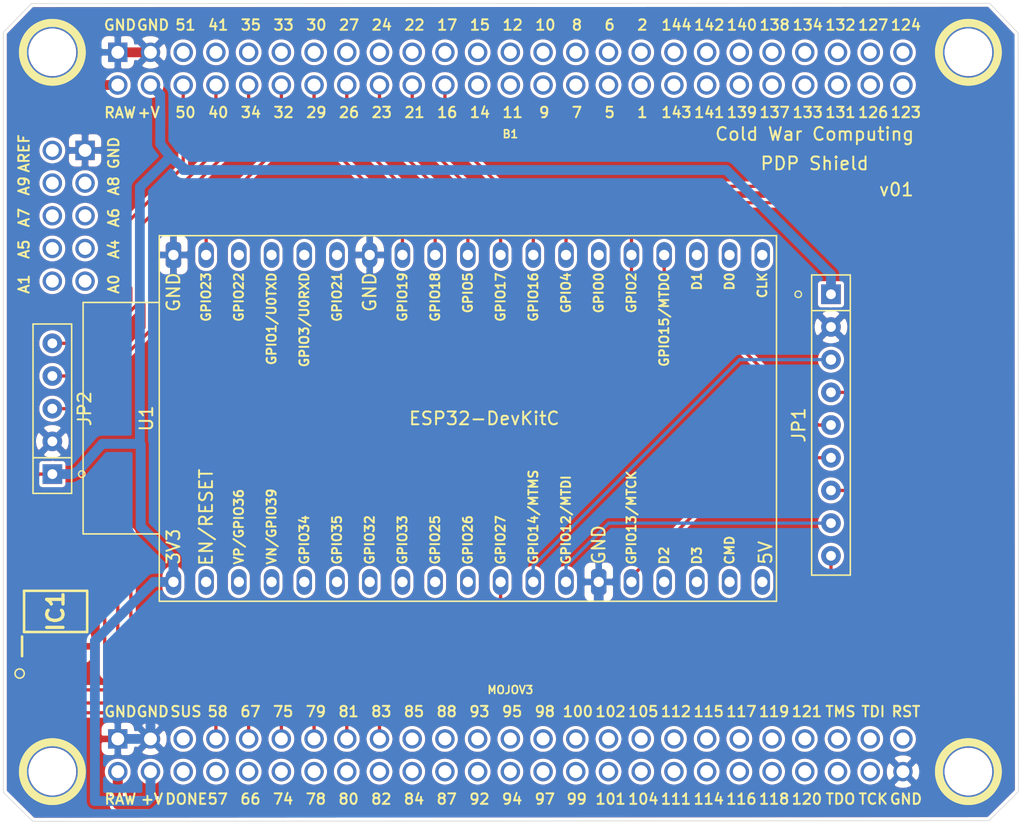
<source format=kicad_pcb>
(kicad_pcb (version 20171130) (host pcbnew 5.1.5+dfsg1-2build2)
  (title_block (title "PDP Shield") (date 2021-09-29) (rev v01) (company "Cold War Computing") (comment 4 "Author: Jeff Thiele"))
  (layers (0 F.Cu signal) (31 B.Cu signal) (34 B.Paste user) (35 F.Paste user) (36 B.SilkS user) (37 F.SilkS user) (38 B.Mask user) (39 F.Mask user) (44 Edge.Cuts user))
  (net 0 "")
  (net 1 +3V3)
  (net 2 "Net-(B1-PadTMS)")
  (net 3 "Net-(B1-PadTDO)")
  (net 4 "Net-(B1-PadTDI)")
  (net 5 "Net-(B1-PadTCK)")
  (net 6 "Net-(B1-PadSUS)")
  (net 7 "Net-(B1-PadRST)")
  (net 8 "Net-(B1-PadRAW@)")
  (net 9 GND)
  (net 10 "Net-(B1-PadDONE)")
  (net 11 "Net-(B1-PadAREF)")
  (net 12 "Net-(B1-PadA9)")
  (net 13 "Net-(B1-PadA8)")
  (net 14 "Net-(B1-PadA7)")
  (net 15 "Net-(B1-PadA6)")
  (net 16 "Net-(B1-PadA5)")
  (net 17 "Net-(B1-PadA4)")
  (net 18 "Net-(B1-PadA1)")
  (net 19 "Net-(B1-PadA0)")
  (net 20 "Net-(B1-Pad144)")
  (net 21 "Net-(B1-Pad143)")
  (net 22 "Net-(B1-Pad142)")
  (net 23 "Net-(B1-Pad141)")
  (net 24 "Net-(B1-Pad140)")
  (net 25 "Net-(B1-Pad139)")
  (net 26 "Net-(B1-Pad138)")
  (net 27 "Net-(B1-Pad137)")
  (net 28 "Net-(B1-Pad134)")
  (net 29 "Net-(B1-Pad133)")
  (net 30 "Net-(B1-Pad132)")
  (net 31 "Net-(B1-Pad131)")
  (net 32 "Net-(B1-Pad127)")
  (net 33 "Net-(B1-Pad126)")
  (net 34 "Net-(B1-Pad124)")
  (net 35 "Net-(B1-Pad123)")
  (net 36 "Net-(B1-Pad121)")
  (net 37 "Net-(B1-Pad120)")
  (net 38 "Net-(B1-Pad119)")
  (net 39 "Net-(B1-Pad118)")
  (net 40 "Net-(B1-Pad117)")
  (net 41 "Net-(B1-Pad116)")
  (net 42 "Net-(B1-Pad115)")
  (net 43 "Net-(B1-Pad114)")
  (net 44 "Net-(B1-Pad112)")
  (net 45 "Net-(B1-Pad111)")
  (net 46 "Net-(B1-Pad105)")
  (net 47 "Net-(B1-Pad104)")
  (net 48 "Net-(B1-Pad102)")
  (net 49 "Net-(B1-Pad101)")
  (net 50 "Net-(B1-Pad100)")
  (net 51 "Net-(B1-Pad99)")
  (net 52 "Net-(B1-Pad98)")
  (net 53 "Net-(B1-Pad97)")
  (net 54 "Net-(B1-Pad95)")
  (net 55 "Net-(B1-Pad94)")
  (net 56 "Net-(B1-Pad93)")
  (net 57 "Net-(B1-Pad92)")
  (net 58 "Net-(B1-Pad88)")
  (net 59 "Net-(B1-Pad87)")
  (net 60 "Net-(B1-Pad85)")
  (net 61 "Net-(B1-Pad84)")
  (net 62 "Net-(B1-Pad83)")
  (net 63 "Net-(B1-Pad82)")
  (net 64 "Net-(B1-Pad81)")
  (net 65 "Net-(B1-Pad80)")
  (net 66 "Net-(B1-Pad79)")
  (net 67 "Net-(B1-Pad78)")
  (net 68 "Net-(B1-Pad75)")
  (net 69 "Net-(B1-Pad74)")
  (net 70 "Net-(B1-Pad67)")
  (net 71 "Net-(B1-Pad66)")
  (net 72 "Net-(B1-Pad58)")
  (net 73 "Net-(B1-Pad57)")
  (net 74 "Net-(B1-Pad51)")
  (net 75 "Net-(B1-Pad50)")
  (net 76 "Net-(B1-Pad41)")
  (net 77 "Net-(B1-Pad40)")
  (net 78 "Net-(B1-Pad35)")
  (net 79 "Net-(B1-Pad34)")
  (net 80 "Net-(B1-Pad33)")
  (net 81 "Net-(B1-Pad32)")
  (net 82 "Net-(B1-Pad30)")
  (net 83 "Net-(B1-Pad29)")
  (net 84 "Net-(B1-Pad27)")
  (net 85 "Net-(B1-Pad26)")
  (net 86 "Net-(B1-Pad24)")
  (net 87 "Net-(B1-Pad23)")
  (net 88 "Net-(B1-Pad22)")
  (net 89 "Net-(B1-Pad21)")
  (net 90 "Net-(B1-Pad17)")
  (net 91 "Net-(B1-Pad16)")
  (net 92 "Net-(B1-Pad15)")
  (net 93 "Net-(B1-Pad14)")
  (net 94 "Net-(B1-Pad12)")
  (net 95 "Net-(B1-Pad11)")
  (net 96 "Net-(B1-Pad10)")
  (net 97 "Net-(B1-Pad9)")
  (net 98 "Net-(B1-Pad8)")
  (net 99 "Net-(B1-Pad7)")
  (net 100 "Net-(B1-Pad6)")
  (net 101 "Net-(B1-Pad5)")
  (net 102 "Net-(B1-Pad2)")
  (net 103 "Net-(B1-Pad1)")
  (net 104 "Net-(JP1-Pad9)")
  (net 105 "Net-(JP1-Pad8)")
  (net 106 "Net-(JP1-Pad7)")
  (net 107 "Net-(JP1-Pad6)")
  (net 108 "Net-(JP1-Pad5)")
  (net 109 "Net-(JP1-Pad4)")
  (net 110 "Net-(JP1-Pad3)")
  (net 111 "Net-(U1-Pad36)")
  (net 112 "Net-(U1-Pad35)")
  (net 113 "Net-(U1-Pad34)")
  (net 114 "Net-(U1-Pad33)")
  (net 115 "Net-(U1-Pad25)")
  (net 116 "Net-(U1-Pad22)")
  (net 117 "Net-(U1-Pad21)")
  (net 118 "Net-(U1-Pad20)")
  (net 119 "Net-(U1-Pad19)")
  (net 120 "Net-(U1-Pad18)")
  (net 121 "Net-(U1-Pad17)")
  (net 122 "Net-(U1-Pad16)")
  (net 123 "Net-(U1-Pad10)")
  (net 124 "Net-(U1-Pad9)")
  (net 125 "Net-(U1-Pad8)")
  (net 126 "Net-(U1-Pad7)")
  (net 127 "Net-(U1-Pad6)")
  (net 128 "Net-(U1-Pad5)")
  (net 129 "Net-(U1-Pad4)")
  (net 130 "Net-(U1-Pad3)")
  (net 131 "Net-(U1-Pad2)")
  (module Boards:MOJO_V3 (layer F.Cu) (at 140.97 97.536)
    (fp_text reference B1 (at 0 -20.32) (layer F.SilkS) (effects (font (size 0.6096 0.6096) (thickness 0.127))))
    (fp_text value MOJOV3 (at 0 22.86) (layer F.SilkS) (effects (font (size 0.6096 0.6096) (thickness 0.127))))
    (fp_text user GND (at -30.2768 24.5491) (layer F.SilkS) (effects (font (size 0.8128 0.8128) (thickness 0.1524))))
    (fp_text user AREF (at -37.75964 -18.81886 270) (layer F.SilkS) (effects (font (size 0.8128 0.8128) (thickness 0.1524))))
    (fp_text user GND (at -30.7975 -18.84934 270) (layer F.SilkS) (effects (font (size 0.8128 0.8128) (thickness 0.1524))))
    (fp_text user A8 (at -30.7975 -16.29156 270) (layer F.SilkS) (effects (font (size 0.8128 0.8128) (thickness 0.1524))))
    (fp_text user A7 (at -37.75964 -13.8303 270) (layer F.SilkS) (effects (font (size 0.8128 0.8128) (thickness 0.1524))))
    (fp_text user A6 (at -30.7975 -13.8303 270) (layer F.SilkS) (effects (font (size 0.8128 0.8128) (thickness 0.1524))))
    (fp_text user A5 (at -37.75964 -11.37158 270) (layer F.SilkS) (effects (font (size 0.8128 0.8128) (thickness 0.1524))))
    (fp_text user A4 (at -30.7975 -11.37158 270) (layer F.SilkS) (effects (font (size 0.8128 0.8128) (thickness 0.1524))))
    (fp_text user A1 (at -37.75964 -8.6614 270) (layer F.SilkS) (effects (font (size 0.8128 0.8128) (thickness 0.1524))))
    (fp_text user A9 (at -37.75964 -16.29156 270) (layer F.SilkS) (effects (font (size 0.8128 0.8128) (thickness 0.1524))))
    (fp_text user A0 (at -30.7975 -8.6614 270) (layer F.SilkS) (effects (font (size 0.8128 0.8128) (thickness 0.1524))))
    (fp_text user DONE (at -25.1587 31.3436) (layer F.SilkS) (effects (font (size 0.8128 0.8128) (thickness 0.1524))))
    (fp_text user SUS (at -25.18918 24.5491) (layer F.SilkS) (effects (font (size 0.8128 0.8128) (thickness 0.1524))))
    (fp_text user TCK (at 28.17114 31.3436) (layer F.SilkS) (effects (font (size 0.8128 0.8128) (thickness 0.1524))))
    (fp_text user TDI (at 28.17114 24.5491) (layer F.SilkS) (effects (font (size 0.8128 0.8128) (thickness 0.1524))))
    (fp_text user GND (at 30.71114 31.3436) (layer F.SilkS) (effects (font (size 0.8128 0.8128) (thickness 0.1524))))
    (fp_text user RST (at 30.71114 24.5491) (layer F.SilkS) (effects (font (size 0.8128 0.8128) (thickness 0.1524))))
    (fp_text user TDO (at 25.63114 31.3436) (layer F.SilkS) (effects (font (size 0.8128 0.8128) (thickness 0.1524))))
    (fp_text user TMS (at 25.63114 24.5491) (layer F.SilkS) (effects (font (size 0.8128 0.8128) (thickness 0.1524))))
    (fp_text user RAW (at -30.27934 31.3436) (layer F.SilkS) (effects (font (size 0.8128 0.8128) (thickness 0.1524))))
    (fp_text user 118 (at 20.48256 31.3436) (layer F.SilkS) (effects (font (size 0.8128 0.8128) (thickness 0.1524))))
    (fp_text user 119 (at 20.48256 24.5491) (layer F.SilkS) (effects (font (size 0.8128 0.8128) (thickness 0.1524))))
    (fp_text user 120 (at 23.02256 31.3436) (layer F.SilkS) (effects (font (size 0.8128 0.8128) (thickness 0.1524))))
    (fp_text user 121 (at 23.02256 24.5491) (layer F.SilkS) (effects (font (size 0.8128 0.8128) (thickness 0.1524))))
    (fp_text user 116 (at 17.94256 31.3436) (layer F.SilkS) (effects (font (size 0.8128 0.8128) (thickness 0.1524))))
    (fp_text user 117 (at 17.94256 24.5491) (layer F.SilkS) (effects (font (size 0.8128 0.8128) (thickness 0.1524))))
    (fp_text user 114 (at 15.40256 31.3436) (layer F.SilkS) (effects (font (size 0.8128 0.8128) (thickness 0.1524))))
    (fp_text user 115 (at 15.40256 24.5491) (layer F.SilkS) (effects (font (size 0.8128 0.8128) (thickness 0.1524))))
    (fp_text user 111 (at 12.86256 31.3436) (layer F.SilkS) (effects (font (size 0.8128 0.8128) (thickness 0.1524))))
    (fp_text user 112 (at 12.86256 24.5491) (layer F.SilkS) (effects (font (size 0.8128 0.8128) (thickness 0.1524))))
    (fp_text user 104 (at 10.32256 31.3436) (layer F.SilkS) (effects (font (size 0.8128 0.8128) (thickness 0.1524))))
    (fp_text user 105 (at 10.32256 24.5491) (layer F.SilkS) (effects (font (size 0.8128 0.8128) (thickness 0.1524))))
    (fp_text user 101 (at 7.78256 31.3436) (layer F.SilkS) (effects (font (size 0.8128 0.8128) (thickness 0.1524))))
    (fp_text user 102 (at 7.78256 24.5491) (layer F.SilkS) (effects (font (size 0.8128 0.8128) (thickness 0.1524))))
    (fp_text user 99 (at 5.15366 31.3436) (layer F.SilkS) (effects (font (size 0.8128 0.8128) (thickness 0.1524))))
    (fp_text user 100 (at 5.24256 24.5491) (layer F.SilkS) (effects (font (size 0.8128 0.8128) (thickness 0.1524))))
    (fp_text user 97 (at 2.67716 31.3436) (layer F.SilkS) (effects (font (size 0.8128 0.8128) (thickness 0.1524))))
    (fp_text user 98 (at 2.67716 24.5491) (layer F.SilkS) (effects (font (size 0.8128 0.8128) (thickness 0.1524))))
    (fp_text user 94 (at 0.13716 31.3436) (layer F.SilkS) (effects (font (size 0.8128 0.8128) (thickness 0.1524))))
    (fp_text user 95 (at 0.13716 24.5491) (layer F.SilkS) (effects (font (size 0.8128 0.8128) (thickness 0.1524))))
    (fp_text user 92 (at -2.4003 31.3436) (layer F.SilkS) (effects (font (size 0.8128 0.8128) (thickness 0.1524))))
    (fp_text user 93 (at -2.4003 24.5491) (layer F.SilkS) (effects (font (size 0.8128 0.8128) (thickness 0.1524))))
    (fp_text user 87 (at -4.9403 31.3436) (layer F.SilkS) (effects (font (size 0.8128 0.8128) (thickness 0.1524))))
    (fp_text user 88 (at -4.9403 24.5491) (layer F.SilkS) (effects (font (size 0.8128 0.8128) (thickness 0.1524))))
    (fp_text user 84 (at -7.4803 31.3436) (layer F.SilkS) (effects (font (size 0.8128 0.8128) (thickness 0.1524))))
    (fp_text user 85 (at -7.4803 24.5491) (layer F.SilkS) (effects (font (size 0.8128 0.8128) (thickness 0.1524))))
    (fp_text user 82 (at -10.0203 31.3436) (layer F.SilkS) (effects (font (size 0.8128 0.8128) (thickness 0.1524))))
    (fp_text user 83 (at -10.0203 24.5491) (layer F.SilkS) (effects (font (size 0.8128 0.8128) (thickness 0.1524))))
    (fp_text user 80 (at -12.5603 31.3436) (layer F.SilkS) (effects (font (size 0.8128 0.8128) (thickness 0.1524))))
    (fp_text user 81 (at -12.5603 24.5491) (layer F.SilkS) (effects (font (size 0.8128 0.8128) (thickness 0.1524))))
    (fp_text user 78 (at -15.1003 31.3436) (layer F.SilkS) (effects (font (size 0.8128 0.8128) (thickness 0.1524))))
    (fp_text user 79 (at -15.1003 24.5491) (layer F.SilkS) (effects (font (size 0.8128 0.8128) (thickness 0.1524))))
    (fp_text user 74 (at -17.6403 31.3436) (layer F.SilkS) (effects (font (size 0.8128 0.8128) (thickness 0.1524))))
    (fp_text user 75 (at -17.6403 24.5491) (layer F.SilkS) (effects (font (size 0.8128 0.8128) (thickness 0.1524))))
    (fp_text user 66 (at -20.1803 31.3436) (layer F.SilkS) (effects (font (size 0.8128 0.8128) (thickness 0.1524))))
    (fp_text user 67 (at -20.1803 24.5491) (layer F.SilkS) (effects (font (size 0.8128 0.8128) (thickness 0.1524))))
    (fp_text user 57 (at -22.7203 31.3436) (layer F.SilkS) (effects (font (size 0.8128 0.8128) (thickness 0.1524))))
    (fp_text user 58 (at -22.7203 24.5491) (layer F.SilkS) (effects (font (size 0.8128 0.8128) (thickness 0.1524))))
    (fp_text user GND (at -27.76728 24.5491) (layer F.SilkS) (effects (font (size 0.8128 0.8128) (thickness 0.1524))))
    (fp_text user +V (at -27.82824 31.3436) (layer F.SilkS) (effects (font (size 0.8128 0.8128) (thickness 0.1524))))
    (fp_text user 123 (at 30.71114 -21.9964) (layer F.SilkS) (effects (font (size 0.8128 0.8128) (thickness 0.1524))))
    (fp_text user 124 (at 30.71114 -28.78836) (layer F.SilkS) (effects (font (size 0.8128 0.8128) (thickness 0.1524))))
    (fp_text user 126 (at 28.17114 -21.9964) (layer F.SilkS) (effects (font (size 0.8128 0.8128) (thickness 0.1524))))
    (fp_text user 127 (at 28.17114 -28.78836) (layer F.SilkS) (effects (font (size 0.8128 0.8128) (thickness 0.1524))))
    (fp_text user 131 (at 25.63114 -21.9964) (layer F.SilkS) (effects (font (size 0.8128 0.8128) (thickness 0.1524))))
    (fp_text user 132 (at 25.63114 -28.78836) (layer F.SilkS) (effects (font (size 0.8128 0.8128) (thickness 0.1524))))
    (fp_text user 133 (at 23.09114 -21.9964) (layer F.SilkS) (effects (font (size 0.8128 0.8128) (thickness 0.1524))))
    (fp_text user 134 (at 23.09114 -28.78836) (layer F.SilkS) (effects (font (size 0.8128 0.8128) (thickness 0.1524))))
    (fp_text user RAW (at -30.3022 -21.97608) (layer F.SilkS) (effects (font (size 0.8128 0.8128) (thickness 0.1524))))
    (fp_text user GND (at -30.3022 -28.78836) (layer F.SilkS) (effects (font (size 0.8128 0.8128) (thickness 0.1524))))
    (fp_text user 137 (at 20.5232 -21.9964) (layer F.SilkS) (effects (font (size 0.8128 0.8128) (thickness 0.1524))))
    (fp_text user 138 (at 20.5232 -28.78836) (layer F.SilkS) (effects (font (size 0.8128 0.8128) (thickness 0.1524))))
    (fp_text user 139 (at 17.9832 -21.9964) (layer F.SilkS) (effects (font (size 0.8128 0.8128) (thickness 0.1524))))
    (fp_text user 140 (at 17.9832 -28.78836) (layer F.SilkS) (effects (font (size 0.8128 0.8128) (thickness 0.1524))))
    (fp_text user 141 (at 15.4432 -21.9964) (layer F.SilkS) (effects (font (size 0.8128 0.8128) (thickness 0.1524))))
    (fp_text user 142 (at 15.4432 -28.78836) (layer F.SilkS) (effects (font (size 0.8128 0.8128) (thickness 0.1524))))
    (fp_text user 143 (at 12.9032 -21.9964) (layer F.SilkS) (effects (font (size 0.8128 0.8128) (thickness 0.1524))))
    (fp_text user 144 (at 12.9032 -28.78836) (layer F.SilkS) (effects (font (size 0.8128 0.8128) (thickness 0.1524))))
    (fp_text user 1 (at 10.2489 -21.9964) (layer F.SilkS) (effects (font (size 0.8128 0.8128) (thickness 0.1524))))
    (fp_text user 2 (at 10.2489 -28.78836) (layer F.SilkS) (effects (font (size 0.8128 0.8128) (thickness 0.1524))))
    (fp_text user 5 (at 7.7089 -21.9964) (layer F.SilkS) (effects (font (size 0.8128 0.8128) (thickness 0.1524))))
    (fp_text user 6 (at 7.7089 -28.78836) (layer F.SilkS) (effects (font (size 0.8128 0.8128) (thickness 0.1524))))
    (fp_text user 7 (at 5.16636 -21.9964) (layer F.SilkS) (effects (font (size 0.8128 0.8128) (thickness 0.1524))))
    (fp_text user 8 (at 5.16636 -28.78836) (layer F.SilkS) (effects (font (size 0.8128 0.8128) (thickness 0.1524))))
    (fp_text user 9 (at 2.6289 -21.9964) (layer F.SilkS) (effects (font (size 0.8128 0.8128) (thickness 0.1524))))
    (fp_text user 10 (at 2.7178 -28.78836) (layer F.SilkS) (effects (font (size 0.8128 0.8128) (thickness 0.1524))))
    (fp_text user 11 (at 0.1778 -21.9964) (layer F.SilkS) (effects (font (size 0.8128 0.8128) (thickness 0.1524))))
    (fp_text user 12 (at 0.1778 -28.78836) (layer F.SilkS) (effects (font (size 0.8128 0.8128) (thickness 0.1524))))
    (fp_text user 14 (at -2.3622 -21.9964) (layer F.SilkS) (effects (font (size 0.8128 0.8128) (thickness 0.1524))))
    (fp_text user 15 (at -2.3622 -28.78836) (layer F.SilkS) (effects (font (size 0.8128 0.8128) (thickness 0.1524))))
    (fp_text user 16 (at -4.9022 -21.9964) (layer F.SilkS) (effects (font (size 0.8128 0.8128) (thickness 0.1524))))
    (fp_text user 17 (at -4.9022 -28.78836) (layer F.SilkS) (effects (font (size 0.8128 0.8128) (thickness 0.1524))))
    (fp_text user 21 (at -7.4422 -21.9964) (layer F.SilkS) (effects (font (size 0.8128 0.8128) (thickness 0.1524))))
    (fp_text user 22 (at -7.4422 -28.78836) (layer F.SilkS) (effects (font (size 0.8128 0.8128) (thickness 0.1524))))
    (fp_text user 23 (at -9.9822 -21.9964) (layer F.SilkS) (effects (font (size 0.8128 0.8128) (thickness 0.1524))))
    (fp_text user 24 (at -9.9822 -28.78836) (layer F.SilkS) (effects (font (size 0.8128 0.8128) (thickness 0.1524))))
    (fp_text user 26 (at -12.5222 -21.9964) (layer F.SilkS) (effects (font (size 0.8128 0.8128) (thickness 0.1524))))
    (fp_text user 27 (at -12.5222 -28.78836) (layer F.SilkS) (effects (font (size 0.8128 0.8128) (thickness 0.1524))))
    (fp_text user 29 (at -15.0622 -21.9964) (layer F.SilkS) (effects (font (size 0.8128 0.8128) (thickness 0.1524))))
    (fp_text user 30 (at -15.0622 -28.78836) (layer F.SilkS) (effects (font (size 0.8128 0.8128) (thickness 0.1524))))
    (fp_text user 32 (at -17.59966 -21.9964) (layer F.SilkS) (effects (font (size 0.8128 0.8128) (thickness 0.1524))))
    (fp_text user 33 (at -17.59966 -28.78836) (layer F.SilkS) (effects (font (size 0.8128 0.8128) (thickness 0.1524))))
    (fp_text user 34 (at -20.1422 -21.9964) (layer F.SilkS) (effects (font (size 0.8128 0.8128) (thickness 0.1524))))
    (fp_text user 35 (at -20.1422 -28.78836) (layer F.SilkS) (effects (font (size 0.8128 0.8128) (thickness 0.1524))))
    (fp_text user 40 (at -22.6822 -21.9964) (layer F.SilkS) (effects (font (size 0.8128 0.8128) (thickness 0.1524))))
    (fp_text user 41 (at -22.6822 -28.78836) (layer F.SilkS) (effects (font (size 0.8128 0.8128) (thickness 0.1524))))
    (fp_text user 50 (at -25.2222 -21.9964) (layer F.SilkS) (effects (font (size 0.8128 0.8128) (thickness 0.1524))))
    (fp_text user 51 (at -25.2222 -28.78836) (layer F.SilkS) (effects (font (size 0.8128 0.8128) (thickness 0.1524))))
    (fp_text user GND (at -27.73934 -28.78836) (layer F.SilkS) (effects (font (size 0.8128 0.8128) (thickness 0.1524))))
    (fp_text user +V (at -28.0797 -21.9964) (layer F.SilkS) (effects (font (size 0.8128 0.8128) (thickness 0.1524))))
    (pad "" np_thru_hole circle (at 35.56 29.21) (size 3.19786 3.19786) (drill 3.19786) (layers *.Cu *.Mask))
    (pad "" np_thru_hole circle (at 35.56 -26.67) (size 3.19786 3.19786) (drill 3.19786) (layers *.Cu *.Mask))
    (pad "" np_thru_hole circle (at -35.56 -26.67) (size 3.19786 3.19786) (drill 3.19786) (layers *.Cu *.Mask))
    (pad "" np_thru_hole circle (at -35.56 29.21) (size 3.19786 3.19786) (drill 3.19786) (layers *.Cu *.Mask))
    (pad V@2 thru_hole circle (at -27.94 29.21) (size 1.50622 1.50622) (drill 0.99822) (layers *.Cu *.Mask) (net 1 +3V3))
    (pad V@1 thru_hole circle (at -27.94 -24.13) (size 1.50622 1.50622) (drill 0.99822) (layers *.Cu *.Mask) (net 1 +3V3))
    (pad TMS thru_hole circle (at 25.4 26.67) (size 1.50622 1.50622) (drill 0.99822) (layers *.Cu *.Mask) (net 2 "Net-(B1-PadTMS)"))
    (pad TDO thru_hole circle (at 25.4 29.21) (size 1.50622 1.50622) (drill 0.99822) (layers *.Cu *.Mask) (net 3 "Net-(B1-PadTDO)"))
    (pad TDI thru_hole circle (at 27.94 26.67) (size 1.50622 1.50622) (drill 0.99822) (layers *.Cu *.Mask) (net 4 "Net-(B1-PadTDI)"))
    (pad TCK thru_hole circle (at 27.94 29.21) (size 1.50622 1.50622) (drill 0.99822) (layers *.Cu *.Mask) (net 5 "Net-(B1-PadTCK)"))
    (pad SUS thru_hole circle (at -25.4 26.67) (size 1.50622 1.50622) (drill 0.99822) (layers *.Cu *.Mask) (net 6 "Net-(B1-PadSUS)"))
    (pad RST thru_hole circle (at 30.48 26.67) (size 1.50622 1.50622) (drill 0.99822) (layers *.Cu *.Mask) (net 7 "Net-(B1-PadRST)"))
    (pad RAW@ thru_hole circle (at -30.48 29.21) (size 1.50622 1.50622) (drill 0.99822) (layers *.Cu *.Mask) (net 8 "Net-(B1-PadRAW@)"))
    (pad RAW@ thru_hole circle (at -30.48 -24.13) (size 1.50622 1.50622) (drill 0.99822) (layers *.Cu *.Mask) (net 8 "Net-(B1-PadRAW@)"))
    (pad GND@ thru_hole circle (at 30.48 29.21) (size 1.50622 1.50622) (drill 0.99822) (layers *.Cu *.Mask) (net 9 GND))
    (pad GND@ thru_hole rect (at -33.02 -19.05) (size 1.50622 1.50622) (drill 0.99822) (layers *.Cu *.Mask) (net 9 GND))
    (pad GND@ thru_hole circle (at -27.94 26.67) (size 1.50622 1.50622) (drill 0.99822) (layers *.Cu *.Mask) (net 9 GND))
    (pad GND@ thru_hole rect (at -30.48 26.67) (size 1.50622 1.50622) (drill 0.99822) (layers *.Cu *.Mask) (net 9 GND))
    (pad GND@ thru_hole circle (at -27.94 -26.67) (size 1.50622 1.50622) (drill 0.99822) (layers *.Cu *.Mask) (net 9 GND))
    (pad GND@ thru_hole rect (at -30.48 -26.67) (size 1.50622 1.50622) (drill 0.99822) (layers *.Cu *.Mask) (net 9 GND))
    (pad DONE thru_hole circle (at -25.4 29.21) (size 1.50622 1.50622) (drill 0.99822) (layers *.Cu *.Mask) (net 10 "Net-(B1-PadDONE)"))
    (pad AREF thru_hole circle (at -35.56 -19.05) (size 1.50622 1.50622) (drill 0.99822) (layers *.Cu *.Mask) (net 11 "Net-(B1-PadAREF)"))
    (pad A9 thru_hole circle (at -35.56 -16.51) (size 1.50622 1.50622) (drill 0.99822) (layers *.Cu *.Mask) (net 12 "Net-(B1-PadA9)"))
    (pad A8 thru_hole circle (at -33.02 -16.51) (size 1.50622 1.50622) (drill 0.99822) (layers *.Cu *.Mask) (net 13 "Net-(B1-PadA8)"))
    (pad A7 thru_hole circle (at -35.56 -13.97) (size 1.50622 1.50622) (drill 0.99822) (layers *.Cu *.Mask) (net 14 "Net-(B1-PadA7)"))
    (pad A6 thru_hole circle (at -33.02 -13.97) (size 1.50622 1.50622) (drill 0.99822) (layers *.Cu *.Mask) (net 15 "Net-(B1-PadA6)"))
    (pad A5 thru_hole circle (at -35.56 -11.43) (size 1.50622 1.50622) (drill 0.99822) (layers *.Cu *.Mask) (net 16 "Net-(B1-PadA5)"))
    (pad A4 thru_hole circle (at -33.02 -11.43) (size 1.50622 1.50622) (drill 0.99822) (layers *.Cu *.Mask) (net 17 "Net-(B1-PadA4)"))
    (pad A1 thru_hole circle (at -35.56 -8.89) (size 1.50622 1.50622) (drill 0.99822) (layers *.Cu *.Mask) (net 18 "Net-(B1-PadA1)"))
    (pad A0 thru_hole circle (at -33.02 -8.89) (size 1.50622 1.50622) (drill 0.99822) (layers *.Cu *.Mask) (net 19 "Net-(B1-PadA0)"))
    (pad 144 thru_hole circle (at 12.7 -26.67) (size 1.50622 1.50622) (drill 0.99822) (layers *.Cu *.Mask) (net 20 "Net-(B1-Pad144)"))
    (pad 143 thru_hole circle (at 12.7 -24.13) (size 1.50622 1.50622) (drill 0.99822) (layers *.Cu *.Mask) (net 21 "Net-(B1-Pad143)"))
    (pad 142 thru_hole circle (at 15.24 -26.67) (size 1.50622 1.50622) (drill 0.99822) (layers *.Cu *.Mask) (net 22 "Net-(B1-Pad142)"))
    (pad 141 thru_hole circle (at 15.24 -24.13) (size 1.50622 1.50622) (drill 0.99822) (layers *.Cu *.Mask) (net 23 "Net-(B1-Pad141)"))
    (pad 140 thru_hole circle (at 17.78 -26.67) (size 1.50622 1.50622) (drill 0.99822) (layers *.Cu *.Mask) (net 24 "Net-(B1-Pad140)"))
    (pad 139 thru_hole circle (at 17.78 -24.13) (size 1.50622 1.50622) (drill 0.99822) (layers *.Cu *.Mask) (net 25 "Net-(B1-Pad139)"))
    (pad 138 thru_hole circle (at 20.32 -26.67) (size 1.50622 1.50622) (drill 0.99822) (layers *.Cu *.Mask) (net 26 "Net-(B1-Pad138)"))
    (pad 137 thru_hole circle (at 20.32 -24.13) (size 1.50622 1.50622) (drill 0.99822) (layers *.Cu *.Mask) (net 27 "Net-(B1-Pad137)"))
    (pad 134 thru_hole circle (at 22.86 -26.67) (size 1.50622 1.50622) (drill 0.99822) (layers *.Cu *.Mask) (net 28 "Net-(B1-Pad134)"))
    (pad 133 thru_hole circle (at 22.86 -24.13) (size 1.50622 1.50622) (drill 0.99822) (layers *.Cu *.Mask) (net 29 "Net-(B1-Pad133)"))
    (pad 132 thru_hole circle (at 25.4 -26.67) (size 1.50622 1.50622) (drill 0.99822) (layers *.Cu *.Mask) (net 30 "Net-(B1-Pad132)"))
    (pad 131 thru_hole circle (at 25.4 -24.13) (size 1.50622 1.50622) (drill 0.99822) (layers *.Cu *.Mask) (net 31 "Net-(B1-Pad131)"))
    (pad 127 thru_hole circle (at 27.94 -26.67) (size 1.50622 1.50622) (drill 0.99822) (layers *.Cu *.Mask) (net 32 "Net-(B1-Pad127)"))
    (pad 126 thru_hole circle (at 27.94 -24.13) (size 1.50622 1.50622) (drill 0.99822) (layers *.Cu *.Mask) (net 33 "Net-(B1-Pad126)"))
    (pad 124 thru_hole circle (at 30.48 -26.67) (size 1.50622 1.50622) (drill 0.99822) (layers *.Cu *.Mask) (net 34 "Net-(B1-Pad124)"))
    (pad 123 thru_hole circle (at 30.48 -24.13) (size 1.50622 1.50622) (drill 0.99822) (layers *.Cu *.Mask) (net 35 "Net-(B1-Pad123)"))
    (pad 121 thru_hole circle (at 22.86 26.67) (size 1.50622 1.50622) (drill 0.99822) (layers *.Cu *.Mask) (net 36 "Net-(B1-Pad121)"))
    (pad 120 thru_hole circle (at 22.86 29.21) (size 1.50622 1.50622) (drill 0.99822) (layers *.Cu *.Mask) (net 37 "Net-(B1-Pad120)"))
    (pad 119 thru_hole circle (at 20.32 26.67) (size 1.50622 1.50622) (drill 0.99822) (layers *.Cu *.Mask) (net 38 "Net-(B1-Pad119)"))
    (pad 118 thru_hole circle (at 20.32 29.21) (size 1.50622 1.50622) (drill 0.99822) (layers *.Cu *.Mask) (net 39 "Net-(B1-Pad118)"))
    (pad 117 thru_hole circle (at 17.78 26.67) (size 1.50622 1.50622) (drill 0.99822) (layers *.Cu *.Mask) (net 40 "Net-(B1-Pad117)"))
    (pad 116 thru_hole circle (at 17.78 29.21) (size 1.50622 1.50622) (drill 0.99822) (layers *.Cu *.Mask) (net 41 "Net-(B1-Pad116)"))
    (pad 115 thru_hole circle (at 15.24 26.67) (size 1.50622 1.50622) (drill 0.99822) (layers *.Cu *.Mask) (net 42 "Net-(B1-Pad115)"))
    (pad 114 thru_hole circle (at 15.24 29.21) (size 1.50622 1.50622) (drill 0.99822) (layers *.Cu *.Mask) (net 43 "Net-(B1-Pad114)"))
    (pad 112 thru_hole circle (at 12.7 26.67) (size 1.50622 1.50622) (drill 0.99822) (layers *.Cu *.Mask) (net 44 "Net-(B1-Pad112)"))
    (pad 111 thru_hole circle (at 12.7 29.21) (size 1.50622 1.50622) (drill 0.99822) (layers *.Cu *.Mask) (net 45 "Net-(B1-Pad111)"))
    (pad 105 thru_hole circle (at 10.16 26.67) (size 1.50622 1.50622) (drill 0.99822) (layers *.Cu *.Mask) (net 46 "Net-(B1-Pad105)"))
    (pad 104 thru_hole circle (at 10.16 29.21) (size 1.50622 1.50622) (drill 0.99822) (layers *.Cu *.Mask) (net 47 "Net-(B1-Pad104)"))
    (pad 102 thru_hole circle (at 7.62 26.67) (size 1.50622 1.50622) (drill 0.99822) (layers *.Cu *.Mask) (net 48 "Net-(B1-Pad102)"))
    (pad 101 thru_hole circle (at 7.62 29.21) (size 1.50622 1.50622) (drill 0.99822) (layers *.Cu *.Mask) (net 49 "Net-(B1-Pad101)"))
    (pad 100 thru_hole circle (at 5.08 26.67) (size 1.50622 1.50622) (drill 0.99822) (layers *.Cu *.Mask) (net 50 "Net-(B1-Pad100)"))
    (pad 99 thru_hole circle (at 5.08 29.21) (size 1.50622 1.50622) (drill 0.99822) (layers *.Cu *.Mask) (net 51 "Net-(B1-Pad99)"))
    (pad 98 thru_hole circle (at 2.54 26.67) (size 1.50622 1.50622) (drill 0.99822) (layers *.Cu *.Mask) (net 52 "Net-(B1-Pad98)"))
    (pad 97 thru_hole circle (at 2.54 29.21) (size 1.50622 1.50622) (drill 0.99822) (layers *.Cu *.Mask) (net 53 "Net-(B1-Pad97)"))
    (pad 95 thru_hole circle (at 0 26.67) (size 1.50622 1.50622) (drill 0.99822) (layers *.Cu *.Mask) (net 54 "Net-(B1-Pad95)"))
    (pad 94 thru_hole circle (at 0 29.21) (size 1.50622 1.50622) (drill 0.99822) (layers *.Cu *.Mask) (net 55 "Net-(B1-Pad94)"))
    (pad 93 thru_hole circle (at -2.54 26.67) (size 1.50622 1.50622) (drill 0.99822) (layers *.Cu *.Mask) (net 56 "Net-(B1-Pad93)"))
    (pad 92 thru_hole circle (at -2.54 29.21) (size 1.50622 1.50622) (drill 0.99822) (layers *.Cu *.Mask) (net 57 "Net-(B1-Pad92)"))
    (pad 88 thru_hole circle (at -5.08 26.67) (size 1.50622 1.50622) (drill 0.99822) (layers *.Cu *.Mask) (net 58 "Net-(B1-Pad88)"))
    (pad 87 thru_hole circle (at -5.08 29.21) (size 1.50622 1.50622) (drill 0.99822) (layers *.Cu *.Mask) (net 59 "Net-(B1-Pad87)"))
    (pad 85 thru_hole circle (at -7.62 26.67) (size 1.50622 1.50622) (drill 0.99822) (layers *.Cu *.Mask) (net 60 "Net-(B1-Pad85)"))
    (pad 84 thru_hole circle (at -7.62 29.21) (size 1.50622 1.50622) (drill 0.99822) (layers *.Cu *.Mask) (net 61 "Net-(B1-Pad84)"))
    (pad 83 thru_hole circle (at -10.16 26.67) (size 1.50622 1.50622) (drill 0.99822) (layers *.Cu *.Mask) (net 62 "Net-(B1-Pad83)"))
    (pad 82 thru_hole circle (at -10.16 29.21) (size 1.50622 1.50622) (drill 0.99822) (layers *.Cu *.Mask) (net 63 "Net-(B1-Pad82)"))
    (pad 81 thru_hole circle (at -12.7 26.67) (size 1.50622 1.50622) (drill 0.99822) (layers *.Cu *.Mask) (net 64 "Net-(B1-Pad81)"))
    (pad 80 thru_hole circle (at -12.7 29.21) (size 1.50622 1.50622) (drill 0.99822) (layers *.Cu *.Mask) (net 65 "Net-(B1-Pad80)"))
    (pad 79 thru_hole circle (at -15.24 26.67) (size 1.50622 1.50622) (drill 0.99822) (layers *.Cu *.Mask) (net 66 "Net-(B1-Pad79)"))
    (pad 78 thru_hole circle (at -15.24 29.21) (size 1.50622 1.50622) (drill 0.99822) (layers *.Cu *.Mask) (net 67 "Net-(B1-Pad78)"))
    (pad 75 thru_hole circle (at -17.78 26.67) (size 1.50622 1.50622) (drill 0.99822) (layers *.Cu *.Mask) (net 68 "Net-(B1-Pad75)"))
    (pad 74 thru_hole circle (at -17.78 29.21) (size 1.50622 1.50622) (drill 0.99822) (layers *.Cu *.Mask) (net 69 "Net-(B1-Pad74)"))
    (pad 67 thru_hole circle (at -20.32 26.67) (size 1.50622 1.50622) (drill 0.99822) (layers *.Cu *.Mask) (net 70 "Net-(B1-Pad67)"))
    (pad 66 thru_hole circle (at -20.32 29.21) (size 1.50622 1.50622) (drill 0.99822) (layers *.Cu *.Mask) (net 71 "Net-(B1-Pad66)"))
    (pad 58 thru_hole circle (at -22.86 26.67) (size 1.50622 1.50622) (drill 0.99822) (layers *.Cu *.Mask) (net 72 "Net-(B1-Pad58)"))
    (pad 57 thru_hole circle (at -22.86 29.21) (size 1.50622 1.50622) (drill 0.99822) (layers *.Cu *.Mask) (net 73 "Net-(B1-Pad57)"))
    (pad 51 thru_hole circle (at -25.4 -26.67) (size 1.50622 1.50622) (drill 0.99822) (layers *.Cu *.Mask) (net 74 "Net-(B1-Pad51)"))
    (pad 50 thru_hole circle (at -25.4 -24.13) (size 1.50622 1.50622) (drill 0.99822) (layers *.Cu *.Mask) (net 75 "Net-(B1-Pad50)"))
    (pad 41 thru_hole circle (at -22.86 -26.67) (size 1.50622 1.50622) (drill 0.99822) (layers *.Cu *.Mask) (net 76 "Net-(B1-Pad41)"))
    (pad 40 thru_hole circle (at -22.86 -24.13) (size 1.50622 1.50622) (drill 0.99822) (layers *.Cu *.Mask) (net 77 "Net-(B1-Pad40)"))
    (pad 35 thru_hole circle (at -20.32 -26.67) (size 1.50622 1.50622) (drill 0.99822) (layers *.Cu *.Mask) (net 78 "Net-(B1-Pad35)"))
    (pad 34 thru_hole circle (at -20.32 -24.13) (size 1.50622 1.50622) (drill 0.99822) (layers *.Cu *.Mask) (net 79 "Net-(B1-Pad34)"))
    (pad 33 thru_hole circle (at -17.78 -26.67) (size 1.50622 1.50622) (drill 0.99822) (layers *.Cu *.Mask) (net 80 "Net-(B1-Pad33)"))
    (pad 32 thru_hole circle (at -17.78 -24.13) (size 1.50622 1.50622) (drill 0.99822) (layers *.Cu *.Mask) (net 81 "Net-(B1-Pad32)"))
    (pad 30 thru_hole circle (at -15.24 -26.67) (size 1.50622 1.50622) (drill 0.99822) (layers *.Cu *.Mask) (net 82 "Net-(B1-Pad30)"))
    (pad 29 thru_hole circle (at -15.24 -24.13) (size 1.50622 1.50622) (drill 0.99822) (layers *.Cu *.Mask) (net 83 "Net-(B1-Pad29)"))
    (pad 27 thru_hole circle (at -12.7 -26.67) (size 1.50622 1.50622) (drill 0.99822) (layers *.Cu *.Mask) (net 84 "Net-(B1-Pad27)"))
    (pad 26 thru_hole circle (at -12.7 -24.13) (size 1.50622 1.50622) (drill 0.99822) (layers *.Cu *.Mask) (net 85 "Net-(B1-Pad26)"))
    (pad 24 thru_hole circle (at -10.16 -26.67) (size 1.50622 1.50622) (drill 0.99822) (layers *.Cu *.Mask) (net 86 "Net-(B1-Pad24)"))
    (pad 23 thru_hole circle (at -10.16 -24.13) (size 1.50622 1.50622) (drill 0.99822) (layers *.Cu *.Mask) (net 87 "Net-(B1-Pad23)"))
    (pad 22 thru_hole circle (at -7.62 -26.67) (size 1.50622 1.50622) (drill 0.99822) (layers *.Cu *.Mask) (net 88 "Net-(B1-Pad22)"))
    (pad 21 thru_hole circle (at -7.62 -24.13) (size 1.50622 1.50622) (drill 0.99822) (layers *.Cu *.Mask) (net 89 "Net-(B1-Pad21)"))
    (pad 17 thru_hole circle (at -5.08 -26.67) (size 1.50622 1.50622) (drill 0.99822) (layers *.Cu *.Mask) (net 90 "Net-(B1-Pad17)"))
    (pad 16 thru_hole circle (at -5.08 -24.13) (size 1.50622 1.50622) (drill 0.99822) (layers *.Cu *.Mask) (net 91 "Net-(B1-Pad16)"))
    (pad 15 thru_hole circle (at -2.54 -26.67) (size 1.50622 1.50622) (drill 0.99822) (layers *.Cu *.Mask) (net 92 "Net-(B1-Pad15)"))
    (pad 14 thru_hole circle (at -2.54 -24.13) (size 1.50622 1.50622) (drill 0.99822) (layers *.Cu *.Mask) (net 93 "Net-(B1-Pad14)"))
    (pad 12 thru_hole circle (at 0 -26.67) (size 1.50622 1.50622) (drill 0.99822) (layers *.Cu *.Mask) (net 94 "Net-(B1-Pad12)"))
    (pad 11 thru_hole circle (at 0 -24.13) (size 1.50622 1.50622) (drill 0.99822) (layers *.Cu *.Mask) (net 95 "Net-(B1-Pad11)"))
    (pad 10 thru_hole circle (at 2.54 -26.67) (size 1.50622 1.50622) (drill 0.99822) (layers *.Cu *.Mask) (net 96 "Net-(B1-Pad10)"))
    (pad 9 thru_hole circle (at 2.54 -24.13) (size 1.50622 1.50622) (drill 0.99822) (layers *.Cu *.Mask) (net 97 "Net-(B1-Pad9)"))
    (pad 8 thru_hole circle (at 5.08 -26.67) (size 1.50622 1.50622) (drill 0.99822) (layers *.Cu *.Mask) (net 98 "Net-(B1-Pad8)"))
    (pad 7 thru_hole circle (at 5.08 -24.13) (size 1.50622 1.50622) (drill 0.99822) (layers *.Cu *.Mask) (net 99 "Net-(B1-Pad7)"))
    (pad 6 thru_hole circle (at 7.62 -26.67) (size 1.50622 1.50622) (drill 0.99822) (layers *.Cu *.Mask) (net 100 "Net-(B1-Pad6)"))
    (pad 5 thru_hole circle (at 7.62 -24.13) (size 1.50622 1.50622) (drill 0.99822) (layers *.Cu *.Mask) (net 101 "Net-(B1-Pad5)"))
    (pad 2 thru_hole circle (at 10.16 -26.67) (size 1.50622 1.50622) (drill 0.99822) (layers *.Cu *.Mask) (net 102 "Net-(B1-Pad2)"))
    (pad 1 thru_hole circle (at 10.16 -24.13) (size 1.50622 1.50622) (drill 0.99822) (layers *.Cu *.Mask) (net 103 "Net-(B1-Pad1)"))
  )
  (module Espressif:ESP32-DevKitC (layer F.Cu) (at 114.808 112.014 90)
    (fp_text reference U1 (at 12.70368 -2.09728 90) (layer F.SilkS))
    (fp_text value ESP32-DevKitC (at 12.70368 24.13272) (layer F.SilkS))
    (fp_text user GND (at 24.13368 0.00272 90 unlocked) (layer F.SilkS) (effects (justify right)))
    (fp_text user GPIO23 (at 24.13368 2.54272 90 unlocked) (layer F.SilkS) (effects (font (size 0.7 0.7)) (justify right)))
    (fp_text user GPIO5 (at 24.13368 22.86272 90 unlocked) (layer F.SilkS) (effects (font (size 0.7 0.7)) (justify right)))
    (fp_text user D0 (at 24.13368 43.18272 90 unlocked) (layer F.SilkS) (effects (font (size 0.7 0.7)) (justify right)))
    (fp_text user 5V (at 1.27 45.974 90 unlocked) (layer F.SilkS) (effects (justify left)))
    (fp_text user GPIO21 (at 24.13368 12.70272 90 unlocked) (layer F.SilkS) (effects (font (size 0.7 0.7)) (justify right)))
    (fp_text user D1 (at 24.13368 40.64272 90 unlocked) (layer F.SilkS) (effects (font (size 0.7 0.7)) (justify right)))
    (fp_text user GPIO12/MTDI (at 1.27368 30.48272 90 unlocked) (layer F.SilkS) (effects (font (size 0.7 0.7)) (justify left)))
    (fp_text user VP/GPIO36 (at 1.27368 5.08272 90 unlocked) (layer F.SilkS) (effects (font (size 0.7 0.7)) (justify left)))
    (fp_text user D2 (at 1.27368 38.10272 90 unlocked) (layer F.SilkS) (effects (font (size 0.7 0.7)) (justify left)))
    (fp_text user GPIO27 (at 1.27368 25.40272 90 unlocked) (layer F.SilkS) (effects (font (size 0.7 0.7)) (justify left)))
    (fp_text user GPIO33 (at 1.27368 17.78272 90 unlocked) (layer F.SilkS) (effects (font (size 0.7 0.7)) (justify left)))
    (fp_text user GPIO19 (at 24.13368 17.78272 90 unlocked) (layer F.SilkS) (effects (font (size 0.7 0.7)) (justify right)))
    (fp_text user VN/GPIO39 (at 1.27368 7.62272 90 unlocked) (layer F.SilkS) (effects (font (size 0.7 0.7)) (justify left)))
    (fp_text user GPIO13/MTCK (at 1.27368 35.56272 90 unlocked) (layer F.SilkS) (effects (font (size 0.7 0.7)) (justify left)))
    (fp_text user GPIO2 (at 24.13368 35.56272 90 unlocked) (layer F.SilkS) (effects (font (size 0.7 0.7)) (justify right)))
    (fp_text user GPIO26 (at 1.27368 22.86272 90 unlocked) (layer F.SilkS) (effects (font (size 0.7 0.7)) (justify left)))
    (fp_text user GPIO3/U0RXD (at 24.13368 10.16272 90 unlocked) (layer F.SilkS) (effects (font (size 0.7 0.7)) (justify right)))
    (fp_text user 3V3 (at 1.27368 0.00272 90 unlocked) (layer F.SilkS) (effects (justify left)))
    (fp_text user GPIO16 (at 24.13368 27.94272 90 unlocked) (layer F.SilkS) (effects (font (size 0.7 0.7)) (justify right)))
    (fp_text user GPIO32 (at 1.27368 15.24272 90 unlocked) (layer F.SilkS) (effects (font (size 0.7 0.7)) (justify left)))
    (fp_text user GPIO0 (at 24.13368 33.02272 90 unlocked) (layer F.SilkS) (effects (font (size 0.7 0.7)) (justify right)))
    (fp_text user GND (at 1.27368 33.02272 90 unlocked) (layer F.SilkS) (effects (justify left)))
    (fp_text user CLK (at 24.13368 45.72272 90 unlocked) (layer F.SilkS) (effects (font (size 0.7 0.7)) (justify right)))
    (fp_text user EN/RESET (at 8.89 2.54 90 unlocked) (layer F.SilkS) (effects (justify right)))
    (fp_text user GPIO4 (at 24.13368 30.48272 90 unlocked) (layer F.SilkS) (effects (font (size 0.7 0.7)) (justify right)))
    (fp_text user GPIO35 (at 1.27368 12.70272 90 unlocked) (layer F.SilkS) (effects (font (size 0.7 0.7)) (justify left)))
    (fp_text user GPIO14/MTMS (at 1.27368 27.94272 90 unlocked) (layer F.SilkS) (effects (font (size 0.7 0.7)) (justify left)))
    (fp_text user GPIO34 (at 1.27368 10.16272 90 unlocked) (layer F.SilkS) (effects (font (size 0.7 0.7)) (justify left)))
    (fp_text user D3 (at 1.27368 40.64272 90 unlocked) (layer F.SilkS) (effects (font (size 0.7 0.7)) (justify left)))
    (fp_text user GPIO18 (at 24.13368 20.32272 90 unlocked) (layer F.SilkS) (effects (font (size 0.7 0.7)) (justify right)))
    (fp_text user CMD (at 1.27368 43.18272 90 unlocked) (layer F.SilkS) (effects (font (size 0.7 0.7)) (justify left)))
    (fp_text user GPIO22 (at 24.13368 5.08272 90 unlocked) (layer F.SilkS) (effects (font (size 0.7 0.7)) (justify right)))
    (fp_text user GND (at 24.13368 15.24272 90 unlocked) (layer F.SilkS) (effects (justify right)))
    (fp_text user GPIO17 (at 24.13368 25.40272 90 unlocked) (layer F.SilkS) (effects (font (size 0.7 0.7)) (justify right)))
    (fp_text user GPIO1/U0TXD (at 24.13368 7.62272 90 unlocked) (layer F.SilkS) (effects (font (size 0.7 0.7)) (justify right)))
    (fp_text user GPIO15/MTDO (at 24.13368 38.10272 90 unlocked) (layer F.SilkS) (effects (font (size 0.7 0.7)) (justify right)))
    (fp_text user GPIO25 (at 1.27368 20.32272 90 unlocked) (layer F.SilkS) (effects (font (size 0.7 0.7)) (justify left)))
    (pad 38 thru_hole roundrect (at 25.40368 0.00272) (size 1.2 2) (drill 0.8) (layers *.Cu *.Mask) (net 9 GND))
    (pad 37 thru_hole oval (at 25.40368 2.54272) (size 1.2 2) (drill 0.8) (layers *.Cu *.Mask) (net 81 "Net-(B1-Pad32)"))
    (pad 36 thru_hole oval (at 25.40368 5.08272) (size 1.2 2) (drill 0.8) (layers *.Cu *.Mask) (net 111 "Net-(U1-Pad36)"))
    (pad 35 thru_hole oval (at 25.40368 7.62272) (size 1.2 2) (drill 0.8) (layers *.Cu *.Mask) (net 112 "Net-(U1-Pad35)"))
    (pad 34 thru_hole oval (at 25.40368 10.16272) (size 1.2 2) (drill 0.8) (layers *.Cu *.Mask) (net 113 "Net-(U1-Pad34)"))
    (pad 33 thru_hole oval (at 25.40368 12.70272) (size 1.2 2) (drill 0.8) (layers *.Cu *.Mask) (net 114 "Net-(U1-Pad33)"))
    (pad 32 thru_hole oval (at 25.40368 15.24272) (size 1.2 2) (drill 0.8) (layers *.Cu *.Mask) (net 9 GND))
    (pad 31 thru_hole oval (at 25.40368 17.78272) (size 1.2 2) (drill 0.8) (layers *.Cu *.Mask) (net 83 "Net-(B1-Pad29)"))
    (pad 30 thru_hole oval (at 25.40368 20.32272) (size 1.2 2) (drill 0.8) (layers *.Cu *.Mask) (net 85 "Net-(B1-Pad26)"))
    (pad 29 thru_hole oval (at 25.40368 22.86272) (size 1.2 2) (drill 0.8) (layers *.Cu *.Mask) (net 87 "Net-(B1-Pad23)"))
    (pad 28 thru_hole oval (at 25.40368 25.40272) (size 1.2 2) (drill 0.8) (layers *.Cu *.Mask) (net 89 "Net-(B1-Pad21)"))
    (pad 27 thru_hole oval (at 25.40368 27.94272) (size 1.2 2) (drill 0.8) (layers *.Cu *.Mask) (net 91 "Net-(B1-Pad16)"))
    (pad 26 thru_hole oval (at 25.40368 30.48272) (size 1.2 2) (drill 0.8) (layers *.Cu *.Mask) (net 106 "Net-(JP1-Pad7)"))
    (pad 25 thru_hole oval (at 25.40368 33.02272) (size 1.2 2) (drill 0.8) (layers *.Cu *.Mask) (net 115 "Net-(U1-Pad25)"))
    (pad 24 thru_hole oval (at 25.40368 35.56272) (size 1.2 2) (drill 0.8) (layers *.Cu *.Mask) (net 109 "Net-(JP1-Pad4)"))
    (pad 23 thru_hole oval (at 25.40368 38.10272) (size 1.2 2) (drill 0.8) (layers *.Cu *.Mask) (net 108 "Net-(JP1-Pad5)"))
    (pad 22 thru_hole oval (at 25.40368 40.64272) (size 1.2 2) (drill 0.8) (layers *.Cu *.Mask) (net 116 "Net-(U1-Pad22)"))
    (pad 21 thru_hole oval (at 25.4 43.18) (size 1.2 2) (drill 0.8) (layers *.Cu *.Mask) (net 117 "Net-(U1-Pad21)"))
    (pad 20 thru_hole oval (at 25.4 45.72) (size 1.2 2) (drill 0.8) (layers *.Cu *.Mask) (net 118 "Net-(U1-Pad20)"))
    (pad 19 thru_hole oval (at 0.00368 45.72272) (size 1.2 2) (drill 0.8) (layers *.Cu *.Mask) (net 119 "Net-(U1-Pad19)"))
    (pad 18 thru_hole oval (at 0.00368 43.18272) (size 1.2 2) (drill 0.8) (layers *.Cu *.Mask) (net 120 "Net-(U1-Pad18)"))
    (pad 17 thru_hole oval (at 0.00368 40.64272) (size 1.2 2) (drill 0.8) (layers *.Cu *.Mask) (net 121 "Net-(U1-Pad17)"))
    (pad 16 thru_hole oval (at 0.00368 38.10272) (size 1.2 2) (drill 0.8) (layers *.Cu *.Mask) (net 122 "Net-(U1-Pad16)"))
    (pad 15 thru_hole oval (at 0.00368 35.56272) (size 1.2 2) (drill 0.8) (layers *.Cu *.Mask) (net 107 "Net-(JP1-Pad6)"))
    (pad 14 thru_hole roundrect (at 0.00368 33.02272) (size 1.2 2) (drill 0.8) (layers *.Cu *.Mask) (net 9 GND))
    (pad 13 thru_hole oval (at 0.00368 30.48272) (size 1.2 2) (drill 0.8) (layers *.Cu *.Mask) (net 105 "Net-(JP1-Pad8)"))
    (pad 12 thru_hole oval (at 0.00368 27.94272) (size 1.2 2) (drill 0.8) (layers *.Cu *.Mask) (net 110 "Net-(JP1-Pad3)"))
    (pad 11 thru_hole oval (at 0.00368 25.40272) (size 1.2 2) (drill 0.8) (layers *.Cu *.Mask) (net 104 "Net-(JP1-Pad9)"))
    (pad 10 thru_hole oval (at 0.00368 22.86272) (size 1.2 2) (drill 0.8) (layers *.Cu *.Mask) (net 123 "Net-(U1-Pad10)"))
    (pad 9 thru_hole oval (at 0.00368 20.32272) (size 1.2 2) (drill 0.8) (layers *.Cu *.Mask) (net 124 "Net-(U1-Pad9)"))
    (pad 8 thru_hole oval (at 0.00368 17.78272) (size 1.2 2) (drill 0.8) (layers *.Cu *.Mask) (net 125 "Net-(U1-Pad8)"))
    (pad 7 thru_hole oval (at 0.00368 15.24272) (size 1.2 2) (drill 0.8) (layers *.Cu *.Mask) (net 126 "Net-(U1-Pad7)"))
    (pad 6 thru_hole oval (at 0.00368 12.70272) (size 1.2 2) (drill 0.8) (layers *.Cu *.Mask) (net 127 "Net-(U1-Pad6)"))
    (pad 5 thru_hole oval (at 0.00368 10.16272) (size 1.2 2) (drill 0.8) (layers *.Cu *.Mask) (net 128 "Net-(U1-Pad5)"))
    (pad 4 thru_hole oval (at 0.00368 7.62272) (size 1.2 2) (drill 0.8) (layers *.Cu *.Mask) (net 129 "Net-(U1-Pad4)"))
    (pad 3 thru_hole oval (at 0.00368 5.08272) (size 1.2 2) (drill 0.8) (layers *.Cu *.Mask) (net 130 "Net-(U1-Pad3)"))
    (pad 2 thru_hole oval (at 0.00368 2.54272) (size 1.2 2) (drill 0.8) (layers *.Cu *.Mask) (net 131 "Net-(U1-Pad2)"))
    (pad 1 thru_hole oval (at 0.00368 0.00272) (size 1.2 2) (drill 0.8) (layers *.Cu *.Mask) (net 1 +3V3))
  )
  (module PDP_Shield:LED&KEY (layer F.Cu) (at 105.41 98.552 90)
    (fp_text reference JP2 (at 0 2.5 90) (layer F.SilkS))
    (fp_text value LED&KEY)
    (pad 5 thru_hole circle (at 5.08 0 90) (size 1.524 1.524) (drill 0.762) (layers *.Cu *.Mask) (net 75 "Net-(B1-Pad50)"))
    (pad 4 thru_hole circle (at 2.54 0 90) (size 1.524 1.524) (drill 0.762) (layers *.Cu *.Mask) (net 77 "Net-(B1-Pad40)"))
    (pad 3 thru_hole circle (at 0 0 90) (size 1.524 1.524) (drill 0.762) (layers *.Cu *.Mask) (net 79 "Net-(B1-Pad34)"))
    (pad 2 thru_hole circle (at -2.54 0 90) (size 1.524 1.524) (drill 0.762) (layers *.Cu *.Mask) (net 9 GND))
    (pad 1 thru_hole rect (at -5.08 0 90) (size 1.524 1.524) (drill 0.762) (layers *.Cu *.Mask) (net 1 +3V3))
  )
  (module PDP_Shield:SDIO (layer F.Cu) (at 165.862 99.822 270)
    (fp_text reference JP1 (at 0 2.5 90) (layer F.SilkS))
    (fp_text value microSD)
    (pad 9 thru_hole circle (at 10.16 0 270) (size 1.524 1.524) (drill 0.762) (layers *.Cu *.Mask) (net 104 "Net-(JP1-Pad9)"))
    (pad 8 thru_hole circle (at 7.62 0 270) (size 1.524 1.524) (drill 0.762) (layers *.Cu *.Mask) (net 105 "Net-(JP1-Pad8)"))
    (pad 7 thru_hole circle (at 5.08 0 270) (size 1.524 1.524) (drill 0.762) (layers *.Cu *.Mask) (net 106 "Net-(JP1-Pad7)"))
    (pad 6 thru_hole circle (at 2.54 0 270) (size 1.524 1.524) (drill 0.762) (layers *.Cu *.Mask) (net 107 "Net-(JP1-Pad6)"))
    (pad 5 thru_hole circle (at 0 0 270) (size 1.524 1.524) (drill 0.762) (layers *.Cu *.Mask) (net 108 "Net-(JP1-Pad5)"))
    (pad 4 thru_hole circle (at -2.54 0 270) (size 1.524 1.524) (drill 0.762) (layers *.Cu *.Mask) (net 109 "Net-(JP1-Pad4)"))
    (pad 3 thru_hole circle (at -5.08 0 270) (size 1.524 1.524) (drill 0.8) (layers *.Cu *.Mask) (net 110 "Net-(JP1-Pad3)"))
    (pad 2 thru_hole circle (at -7.62 0 270) (size 1.524 1.524) (drill 0.762) (layers *.Cu *.Mask) (net 9 GND))
    (pad 1 thru_hole rect (at -10.16 0 270) (size 1.524 1.524) (drill 0.762) (layers *.Cu *.Mask) (net 1 +3V3))
  )
  (module IPS6404L-SQ-SPN:SOIC127P600X175-8N (layer F.Cu) (at 105.664 114.3 90)
    (fp_text reference IC1 (at 0 0 90) (layer F.SilkS) (effects (font (size 1.27 1.27) (thickness 0.254))))
    (fp_text value IPS6404L-SQ-SPN hide)
    (pad 8 smd rect (at 2.712 -1.905 180) (size 0.7 1.525) (layers F.Cu F.Paste F.Mask) (net 1 +3V3))
    (pad 7 smd rect (at 2.712 -0.635 180) (size 0.7 1.525) (layers F.Cu F.Paste F.Mask) (net 62 "Net-(B1-Pad83)"))
    (pad 6 smd rect (at 2.712 0.635 180) (size 0.7 1.525) (layers F.Cu F.Paste F.Mask) (net 64 "Net-(B1-Pad81)"))
    (pad 5 smd rect (at 2.712 1.905 180) (size 0.7 1.525) (layers F.Cu F.Paste F.Mask) (net 66 "Net-(B1-Pad79)"))
    (pad 4 smd rect (at -2.712 1.905 180) (size 0.7 1.525) (layers F.Cu F.Paste F.Mask) (net 9 GND))
    (pad 3 smd rect (at -2.712 0.635 180) (size 0.7 1.525) (layers F.Cu F.Paste F.Mask) (net 68 "Net-(B1-Pad75)"))
    (pad 2 smd rect (at -2.712 -0.635 180) (size 0.7 1.525) (layers F.Cu F.Paste F.Mask) (net 70 "Net-(B1-Pad67)"))
    (pad 1 smd rect (at -2.712 -1.905 180) (size 0.7 1.525) (layers F.Cu F.Paste F.Mask) (net 72 "Net-(B1-Pad58)"))
  )
  (gr_text v01 (at 170.942 81.534) (layer F.SilkS) (effects (font (size 1 1))))
  (gr_text "PDP Shield" (at 164.592 79.502) (layer F.SilkS) (effects (font (size 1 1))))
  (gr_text "Cold War Computing" (at 164.592 77.216) (layer F.SilkS) (effects (font (size 1 1))))
  (gr_line (start 103.9114 130.6068) (end 103.8606 130.5814) (layer Edge.Cuts) (width 0.05))
  (gr_line (start 178.1302 130.556) (end 103.9114 130.6068) (layer Edge.Cuts) (width 0.05))
  (gr_line (start 180.4162 128.2954) (end 178.1302 130.556) (layer Edge.Cuts) (width 0.05))
  (gr_line (start 180.3908 69.3674) (end 180.4162 128.2954) (layer Edge.Cuts) (width 0.05))
  (gr_line (start 178.181 67.056) (end 180.3908 69.3674) (layer Edge.Cuts) (width 0.05))
  (gr_line (start 103.8098 67.0814) (end 178.181 67.056) (layer Edge.Cuts) (width 0.05))
  (gr_line (start 103.7844 67.0814) (end 103.8098 67.0814) (layer Edge.Cuts) (width 0.05))
  (gr_line (start 101.6 69.3166) (end 103.7844 67.0814) (layer Edge.Cuts) (width 0.05))
  (gr_line (start 101.6 128.3462) (end 101.6 69.3166) (layer Edge.Cuts) (width 0.05))
  (gr_line (start 103.8606 130.5814) (end 101.6 128.3462) (layer Edge.Cuts) (width 0.05))
  (gr_circle (center 102.87 119.126) (end 103.124 119.38) (layer F.SilkS) (width 0.12))
  (segment (start 165.862 88.138) (end 157.734 80.01) (width 0.762) (layer B.Cu) (net 1))
  (segment (start 165.862 89.662) (end 165.862 88.138) (width 0.762) (layer B.Cu) (net 1))
  (segment (start 113.03 73.406) (end 113.783109 74.159109) (width 0.762) (layer B.Cu) (net 1))
  (segment (start 115.824 80.01) (end 115.57 80.01) (width 0.762) (layer B.Cu) (net 1))
  (segment (start 157.734 80.01) (end 115.824 80.01) (width 0.762) (layer B.Cu) (net 1))
  (segment (start 113.792 75.946) (end 113.783109 77.969109) (width 0.762) (layer B.Cu) (net 1))
  (segment (start 113.783109 74.159109) (end 113.792 75.946) (width 0.762) (layer B.Cu) (net 1))
  (segment (start 112.2045 81.3435) (end 114.554 78.994) (width 0.762) (layer B.Cu) (net 1))
  (segment (start 113.783109 77.969109) (end 114.554 78.994) (width 0.762) (layer B.Cu) (net 1))
  (segment (start 114.554 78.994) (end 115.824 80.01) (width 0.762) (layer B.Cu) (net 1))
  (segment (start 112.2045 101.2825) (end 112.2045 81.3435) (width 0.762) (layer B.Cu) (net 1))
  (segment (start 109.2835 101.2825) (end 112.2045 101.2825) (width 0.762) (layer B.Cu) (net 1))
  (segment (start 105.41 103.632) (end 106.934 103.632) (width 0.762) (layer B.Cu) (net 1))
  (segment (start 104.394 103.632) (end 105.41 103.632) (width 0.254) (layer F.Cu) (net 1))
  (segment (start 103.759 104.267) (end 104.394 103.632) (width 0.254) (layer F.Cu) (net 1))
  (segment (start 103.759 111.588) (end 103.759 104.267) (width 0.254) (layer F.Cu) (net 1))
  (segment (start 107.442 103.378) (end 109.2835 101.2825) (width 0.762) (layer B.Cu) (net 1))
  (segment (start 106.934 103.632) (end 107.442 103.378) (width 0.762) (layer B.Cu) (net 1))
  (segment (start 112.268 101.346) (end 112.2045 101.2825) (width 0.762) (layer B.Cu) (net 1))
  (segment (start 112.268 107.7056) (end 112.268 101.346) (width 0.762) (layer B.Cu) (net 1))
  (segment (start 114.81072 110.24832) (end 112.268 107.7056) (width 0.762) (layer B.Cu) (net 1))
  (segment (start 114.81072 112.01032) (end 114.81072 110.24832) (width 0.762) (layer B.Cu) (net 1))
  (segment (start 113.28768 112.01032) (end 114.81072 112.01032) (width 0.762) (layer B.Cu) (net 1))
  (segment (start 108.712 116.586) (end 113.28768 112.01032) (width 0.762) (layer B.Cu) (net 1))
  (segment (start 108.712 129.032) (end 108.712 116.586) (width 0.762) (layer B.Cu) (net 1))
  (segment (start 112.776 129.032) (end 108.712 129.032) (width 0.762) (layer B.Cu) (net 1))
  (segment (start 113.03 128.778) (end 112.776 129.032) (width 0.762) (layer B.Cu) (net 1))
  (segment (start 113.03 126.746) (end 113.03 128.778) (width 0.762) (layer B.Cu) (net 1))
  (segment (start 110.49 126.746) (end 110.49 128.778) (width 0.762) (layer F.Cu) (net 8))
  (segment (start 108.458 73.406) (end 110.49 73.406) (width 0.762) (layer F.Cu) (net 8))
  (segment (start 108.458 68.326) (end 108.458 73.406) (width 0.762) (layer F.Cu) (net 8))
  (segment (start 173.482 68.326) (end 108.458 68.326) (width 0.762) (layer F.Cu) (net 8))
  (segment (start 173.482 129.286) (end 173.482 68.326) (width 0.762) (layer F.Cu) (net 8))
  (segment (start 110.49 129.286) (end 173.482 129.286) (width 0.762) (layer F.Cu) (net 8))
  (segment (start 110.49 126.746) (end 110.49 129.286) (width 0.762) (layer F.Cu) (net 8))
  (segment (start 110.49 70.866) (end 113.03 70.866) (width 0.762) (layer F.Cu) (net 9))
  (segment (start 110.49 124.206) (end 113.03 124.206) (width 0.762) (layer B.Cu) (net 9))
  (segment (start 113.03 124.206) (end 113.03 122.174) (width 0.762) (layer B.Cu) (net 9))
  (segment (start 113.03 122.174) (end 140.716 122.174) (width 0.762) (layer B.Cu) (net 9))
  (segment (start 147.83072 115.05928) (end 147.83072 112.01032) (width 0.762) (layer B.Cu) (net 9))
  (segment (start 140.716 122.174) (end 147.83072 115.05928) (width 0.762) (layer B.Cu) (net 9))
  (segment (start 105.029 110.5715) (end 105.029 111.588) (width 0.254) (layer F.Cu) (net 62))
  (segment (start 105.156 110.4445) (end 105.029 110.5715) (width 0.254) (layer F.Cu) (net 62))
  (segment (start 105.156 108.204) (end 105.156 110.4445) (width 0.254) (layer F.Cu) (net 62))
  (segment (start 105.664 107.696) (end 105.156 108.204) (width 0.254) (layer F.Cu) (net 62))
  (segment (start 110.998 107.696) (end 105.664 107.696) (width 0.254) (layer F.Cu) (net 62))
  (segment (start 111.506 108.204) (end 110.998 107.696) (width 0.254) (layer F.Cu) (net 62))
  (segment (start 111.506 116.84) (end 111.506 108.204) (width 0.254) (layer F.Cu) (net 62))
  (segment (start 112.014 117.348) (end 111.506 116.84) (width 0.254) (layer F.Cu) (net 62))
  (segment (start 130.302 117.348) (end 112.014 117.348) (width 0.254) (layer F.Cu) (net 62))
  (segment (start 130.81 117.856) (end 130.302 117.348) (width 0.254) (layer F.Cu) (net 62))
  (segment (start 130.81 124.206) (end 130.81 117.856) (width 0.254) (layer F.Cu) (net 62))
  (segment (start 106.299 110.5715) (end 106.172 110.4445) (width 0.254) (layer F.Cu) (net 64))
  (segment (start 106.299 111.588) (end 106.299 110.5715) (width 0.254) (layer F.Cu) (net 64))
  (segment (start 106.172 108.966) (end 106.68 108.458) (width 0.254) (layer F.Cu) (net 64))
  (segment (start 106.172 110.4445) (end 106.172 108.966) (width 0.254) (layer F.Cu) (net 64))
  (segment (start 109.982 108.458) (end 110.49 108.966) (width 0.254) (layer F.Cu) (net 64))
  (segment (start 106.68 108.458) (end 109.982 108.458) (width 0.254) (layer F.Cu) (net 64))
  (segment (start 110.49 118.11) (end 110.998 118.618) (width 0.254) (layer F.Cu) (net 64))
  (segment (start 110.49 108.966) (end 110.49 118.11) (width 0.254) (layer F.Cu) (net 64))
  (segment (start 128.27 119.126) (end 127.762 118.618) (width 0.254) (layer F.Cu) (net 64))
  (segment (start 110.998 118.618) (end 127.762 118.618) (width 0.254) (layer F.Cu) (net 64))
  (segment (start 128.27 119.126) (end 128.27 124.206) (width 0.254) (layer F.Cu) (net 64))
  (segment (start 107.569 109.601) (end 107.95 109.22) (width 0.254) (layer F.Cu) (net 66))
  (segment (start 107.569 109.601) (end 107.569 111.588) (width 0.254) (layer F.Cu) (net 66))
  (segment (start 108.966 109.22) (end 109.474 109.728) (width 0.254) (layer F.Cu) (net 66))
  (segment (start 108.966 109.22) (end 107.95 109.22) (width 0.254) (layer F.Cu) (net 66))
  (segment (start 109.474 119.126) (end 109.982 119.634) (width 0.254) (layer F.Cu) (net 66))
  (segment (start 109.474 119.126) (end 109.474 109.728) (width 0.254) (layer F.Cu) (net 66))
  (segment (start 125.73 120.142) (end 125.222 119.634) (width 0.254) (layer F.Cu) (net 66))
  (segment (start 125.222 119.634) (end 109.982 119.634) (width 0.254) (layer F.Cu) (net 66))
  (segment (start 125.73 124.206) (end 125.73 120.142) (width 0.254) (layer F.Cu) (net 66))
  (segment (start 106.299 118.0285) (end 106.172 118.1555) (width 0.254) (layer F.Cu) (net 68))
  (segment (start 106.299 117.012) (end 106.299 118.0285) (width 0.254) (layer F.Cu) (net 68))
  (segment (start 106.172 119.888) (end 106.68 120.396) (width 0.254) (layer F.Cu) (net 68))
  (segment (start 106.172 118.1555) (end 106.172 119.888) (width 0.254) (layer F.Cu) (net 68))
  (segment (start 123.19 120.904) (end 122.682 120.396) (width 0.254) (layer F.Cu) (net 68))
  (segment (start 106.68 120.396) (end 122.682 120.396) (width 0.254) (layer F.Cu) (net 68))
  (segment (start 123.19 120.904) (end 123.19 124.206) (width 0.254) (layer F.Cu) (net 68))
  (segment (start 105.029 121.031) (end 105.41 121.412) (width 0.254) (layer F.Cu) (net 70))
  (segment (start 105.029 117.012) (end 105.029 121.031) (width 0.254) (layer F.Cu) (net 70))
  (segment (start 120.65 121.92) (end 120.142 121.412) (width 0.254) (layer F.Cu) (net 70))
  (segment (start 105.41 121.412) (end 120.142 121.412) (width 0.254) (layer F.Cu) (net 70))
  (segment (start 120.65 121.92) (end 120.65 124.206) (width 0.254) (layer F.Cu) (net 70))
  (segment (start 103.759 118.0285) (end 103.632 118.1555) (width 0.254) (layer F.Cu) (net 72))
  (segment (start 103.759 117.012) (end 103.759 118.0285) (width 0.254) (layer F.Cu) (net 72))
  (segment (start 118.11 122.682) (end 117.602 122.174) (width 0.254) (layer F.Cu) (net 72))
  (segment (start 118.11 122.682) (end 118.11 124.206) (width 0.254) (layer F.Cu) (net 72))
  (segment (start 103.632 118.1555) (end 103.632 120.904) (width 0.254) (layer F.Cu) (net 72))
  (segment (start 104.902 122.174) (end 103.632 120.904) (width 0.254) (layer F.Cu) (net 72))
  (segment (start 104.902 122.174) (end 117.602 122.174) (width 0.254) (layer F.Cu) (net 72))
  (segment (start 115.57 73.406) (end 115.57 79.756) (width 0.254) (layer F.Cu) (net 75))
  (segment (start 115.57 79.756) (end 111.252 84.074) (width 0.254) (layer F.Cu) (net 75))
  (segment (start 111.252 88.70763) (end 111.252 84.074) (width 0.254) (layer F.Cu) (net 75))
  (segment (start 106.48763 93.472) (end 111.252 88.70763) (width 0.254) (layer F.Cu) (net 75))
  (segment (start 105.41 93.472) (end 106.48763 93.472) (width 0.254) (layer F.Cu) (net 75))
  (segment (start 118.11 78.486) (end 118.11 76.962) (width 0.254) (layer F.Cu) (net 77))
  (segment (start 112.014 84.582) (end 118.11 78.486) (width 0.254) (layer F.Cu) (net 77))
  (segment (start 118.11 76.962) (end 118.11 73.406) (width 0.254) (layer F.Cu) (net 77))
  (segment (start 106.48763 96.012) (end 106.68 95.81963) (width 0.254) (layer F.Cu) (net 77))
  (segment (start 105.41 96.012) (end 106.48763 96.012) (width 0.254) (layer F.Cu) (net 77))
  (segment (start 106.68 95.758) (end 112.014 90.424) (width 0.254) (layer F.Cu) (net 77))
  (segment (start 106.68 95.81963) (end 106.68 95.758) (width 0.254) (layer F.Cu) (net 77))
  (segment (start 112.014 90.424) (end 112.014 84.582) (width 0.254) (layer F.Cu) (net 77))
  (segment (start 120.65 76.962) (end 120.65 73.406) (width 0.254) (layer F.Cu) (net 79))
  (segment (start 113.03 84.582) (end 120.65 76.962) (width 0.254) (layer F.Cu) (net 79))
  (segment (start 113.03 92.456) (end 113.03 84.582) (width 0.254) (layer F.Cu) (net 79))
  (segment (start 106.934 98.552) (end 113.03 92.456) (width 0.254) (layer F.Cu) (net 79))
  (segment (start 105.41 98.552) (end 106.934 98.552) (width 0.254) (layer F.Cu) (net 79))
  (segment (start 117.35072 86.61032) (end 117.35072 83.82272) (width 0.254) (layer F.Cu) (net 81))
  (segment (start 123.19 77.98344) (end 123.19 73.406) (width 0.254) (layer F.Cu) (net 81))
  (segment (start 117.35072 83.82272) (end 123.19 77.98344) (width 0.254) (layer F.Cu) (net 81))
  (segment (start 132.59072 86.61032) (end 132.59072 83.82272) (width 0.254) (layer F.Cu) (net 83))
  (segment (start 132.59072 83.82272) (end 125.73 76.962) (width 0.254) (layer F.Cu) (net 83))
  (segment (start 125.73 76.962) (end 125.73 73.406) (width 0.254) (layer F.Cu) (net 83))
  (segment (start 135.13072 86.61032) (end 135.13072 83.82272) (width 0.254) (layer F.Cu) (net 85))
  (segment (start 135.13072 83.82272) (end 128.27 76.962) (width 0.254) (layer F.Cu) (net 85))
  (segment (start 128.27 76.962) (end 128.27 73.406) (width 0.254) (layer F.Cu) (net 85))
  (segment (start 137.67072 86.61032) (end 137.67072 83.82272) (width 0.254) (layer F.Cu) (net 87))
  (segment (start 137.67072 83.82272) (end 130.81 76.962) (width 0.254) (layer F.Cu) (net 87))
  (segment (start 130.81 76.962) (end 130.81 73.406) (width 0.254) (layer F.Cu) (net 87))
  (segment (start 140.21072 86.61032) (end 140.21072 83.82272) (width 0.254) (layer F.Cu) (net 89))
  (segment (start 140.21072 83.82272) (end 133.35 76.962) (width 0.254) (layer F.Cu) (net 89))
  (segment (start 133.35 76.962) (end 133.35 73.406) (width 0.254) (layer F.Cu) (net 89))
  (segment (start 142.75072 86.61032) (end 142.75072 83.82272) (width 0.254) (layer F.Cu) (net 91))
  (segment (start 142.75072 83.82272) (end 135.89 76.962) (width 0.254) (layer F.Cu) (net 91))
  (segment (start 135.89 76.962) (end 135.89 73.406) (width 0.254) (layer F.Cu) (net 91))
  (segment (start 141.732 115.316) (end 164.592 115.316) (width 0.254) (layer F.Cu) (net 104))
  (segment (start 139.954 113.538) (end 141.732 115.316) (width 0.254) (layer F.Cu) (net 104))
  (segment (start 139.954 113.52104) (end 139.954 113.538) (width 0.254) (layer F.Cu) (net 104))
  (segment (start 164.592 115.316) (end 165.862 114.046) (width 0.254) (layer F.Cu) (net 104))
  (segment (start 140.21072 113.26432) (end 139.954 113.52104) (width 0.254) (layer F.Cu) (net 104))
  (segment (start 165.862 114.046) (end 165.862 109.982) (width 0.254) (layer F.Cu) (net 104))
  (segment (start 140.21072 112.01032) (end 140.21072 113.26432) (width 0.254) (layer F.Cu) (net 104))
  (segment (start 164.78437 107.442) (end 165.862 107.442) (width 0.254) (layer B.Cu) (net 105))
  (segment (start 148.60504 107.442) (end 164.78437 107.442) (width 0.254) (layer B.Cu) (net 105))
  (segment (start 145.29072 110.75632) (end 148.60504 107.442) (width 0.254) (layer B.Cu) (net 105))
  (segment (start 145.29072 112.01032) (end 145.29072 110.75632) (width 0.254) (layer B.Cu) (net 105))
  (segment (start 145.29072 85.35632) (end 145.29072 86.61032) (width 0.254) (layer F.Cu) (net 106))
  (segment (start 145.542 85.10504) (end 145.29072 85.35632) (width 0.254) (layer F.Cu) (net 106))
  (segment (start 145.542 85.09) (end 145.542 85.10504) (width 0.254) (layer F.Cu) (net 106))
  (segment (start 169.926 83.82) (end 167.386 81.28) (width 0.254) (layer F.Cu) (net 106))
  (segment (start 169.926 102.87) (end 169.926 83.82) (width 0.254) (layer F.Cu) (net 106))
  (segment (start 149.352 81.28) (end 145.542 85.09) (width 0.254) (layer F.Cu) (net 106))
  (segment (start 167.386 81.28) (end 149.352 81.28) (width 0.254) (layer F.Cu) (net 106))
  (segment (start 167.894 104.902) (end 169.926 102.87) (width 0.254) (layer F.Cu) (net 106))
  (segment (start 165.862 104.902) (end 167.894 104.902) (width 0.254) (layer F.Cu) (net 106))
  (segment (start 164.78437 102.362) (end 165.862 102.362) (width 0.254) (layer F.Cu) (net 107))
  (segment (start 159.61904 102.362) (end 164.78437 102.362) (width 0.254) (layer F.Cu) (net 107))
  (segment (start 150.37072 111.61032) (end 159.61904 102.362) (width 0.254) (layer F.Cu) (net 107))
  (segment (start 150.37072 112.01032) (end 150.37072 111.61032) (width 0.254) (layer F.Cu) (net 107))
  (segment (start 164.8684 99.822) (end 165.862 99.822) (width 0.254) (layer F.Cu) (net 108))
  (segment (start 152.91072 87.86432) (end 164.8684 99.822) (width 0.254) (layer F.Cu) (net 108))
  (segment (start 152.91072 86.61032) (end 152.91072 87.86432) (width 0.254) (layer F.Cu) (net 108))
  (segment (start 150.37072 87.86432) (end 150.368 87.86704) (width 0.254) (layer F.Cu) (net 109))
  (segment (start 150.37072 86.61032) (end 150.37072 87.86432) (width 0.254) (layer F.Cu) (net 109))
  (segment (start 150.37072 86.61032) (end 150.37072 84.58472) (width 0.254) (layer F.Cu) (net 109))
  (segment (start 152.40544 82.55) (end 153.67 82.55) (width 0.254) (layer F.Cu) (net 109))
  (segment (start 150.37072 84.58472) (end 152.40544 82.55) (width 0.254) (layer F.Cu) (net 109))
  (segment (start 167.386 82.55) (end 153.162 82.55) (width 0.254) (layer F.Cu) (net 109))
  (segment (start 168.91 84.074) (end 167.386 82.55) (width 0.254) (layer F.Cu) (net 109))
  (segment (start 167.64 97.282) (end 168.91 96.012) (width 0.254) (layer F.Cu) (net 109))
  (segment (start 165.862 97.282) (end 167.64 97.282) (width 0.254) (layer F.Cu) (net 109))
  (segment (start 168.91 96.012) (end 168.91 84.074) (width 0.254) (layer F.Cu) (net 109))
  (segment (start 153.162 82.55) (end 152.908 82.55) (width 0.254) (layer F.Cu) (net 109))
  (segment (start 153.67 82.55) (end 153.162 82.55) (width 0.254) (layer F.Cu) (net 109))
  (segment (start 164.78437 94.742) (end 165.862 94.742) (width 0.254) (layer B.Cu) (net 110))
  (segment (start 158.76504 94.742) (end 164.78437 94.742) (width 0.254) (layer B.Cu) (net 110))
  (segment (start 142.75072 110.75632) (end 158.76504 94.742) (width 0.254) (layer B.Cu) (net 110))
  (segment (start 142.75072 112.01032) (end 142.75072 110.75632) (width 0.254) (layer B.Cu) (net 110))
  (zone (net 9) (net_name GND) (layer F.Cu) (connect_pads (clearance 0.254)) (min_thickness 0.254) (fill yes (arc_segments 32) (thermal_gap 0.508) (thermal_bridge_width 0.508))
    (polygon (pts (xy 180.848 130.81) (xy 101.346 131.064) (xy 101.346 66.802) (xy 180.848 66.802)))
  )
  (zone (net 9) (net_name GND) (layer B.Cu) (connect_pads (clearance 0.254)) (min_thickness 0.254) (fill yes (arc_segments 32) (thermal_gap 0.508) (thermal_bridge_width 0.508))
    (polygon (pts (xy 180.848 131.064) (xy 101.346 131.064) (xy 101.346 66.802) (xy 180.848 66.802)))
  )
)
</source>
